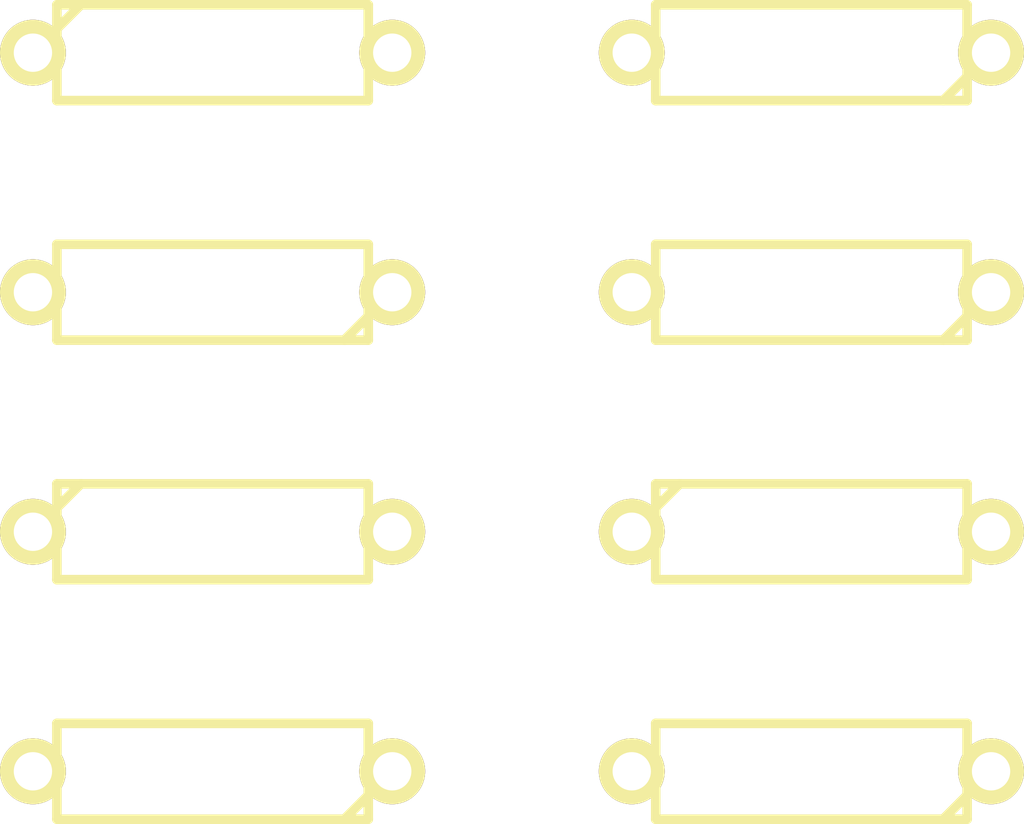
<source format=kicad_pcb>
(kicad_pcb (version 20170123) (host pcbnew "(2017-02-01 revision 9319ef0)-master")

  (general
    (links 0)
    (no_connects 0)
    (area 24.5015 22.812399 46.6185 40.93906)
    (thickness 1.6)
    (drawings 0)
    (tracks 0)
    (zones 0)
    (modules 8)
    (nets 1)
  )

  (page A4)
  (layers
    (0 F.Cu signal)
    (31 B.Cu signal)
    (32 B.Adhes user)
    (33 F.Adhes user)
    (34 B.Paste user)
    (35 F.Paste user)
    (36 B.SilkS user)
    (37 F.SilkS user)
    (38 B.Mask user)
    (39 F.Mask user)
    (40 Dwgs.User user)
    (41 Cmts.User user)
    (42 Eco1.User user)
    (43 Eco2.User user)
    (44 Edge.Cuts user)
    (45 Margin user)
    (46 B.CrtYd user)
    (47 F.CrtYd user)
    (48 B.Fab user)
    (49 F.Fab user)
  )

  (setup
    (last_trace_width 0.25)
    (trace_clearance 0.2)
    (zone_clearance 0.508)
    (zone_45_only no)
    (trace_min 0.2)
    (segment_width 0.2)
    (edge_width 0.15)
    (via_size 0.8)
    (via_drill 0.4)
    (via_min_size 0.4)
    (via_min_drill 0.3)
    (uvia_size 0.3)
    (uvia_drill 0.1)
    (uvias_allowed no)
    (uvia_min_size 0.2)
    (uvia_min_drill 0.1)
    (pcb_text_width 0.3)
    (pcb_text_size 1.5 1.5)
    (mod_edge_width 0.15)
    (mod_text_size 1 1)
    (mod_text_width 0.15)
    (pad_size 1.524 1.524)
    (pad_drill 0.762)
    (pad_to_mask_clearance 0.2)
    (aux_axis_origin 0 0)
    (visible_elements FFFFFF7F)
    (pcbplotparams
      (layerselection 0x00030_ffffffff)
      (usegerberextensions false)
      (excludeedgelayer true)
      (linewidth 0.100000)
      (plotframeref false)
      (viasonmask false)
      (mode 1)
      (useauxorigin false)
      (hpglpennumber 1)
      (hpglpenspeed 20)
      (hpglpendiameter 15)
      (psnegative false)
      (psa4output false)
      (plotreference true)
      (plotvalue true)
      (plotinvisibletext false)
      (padsonsilk false)
      (subtractmaskfromsilk false)
      (outputformat 1)
      (mirror false)
      (drillshape 1)
      (scaleselection 1)
      (outputdirectory ""))
  )

  (net 0 "")

  (net_class Default "This is the default net class."
    (clearance 0.2)
    (trace_width 0.25)
    (via_dia 0.8)
    (via_drill 0.4)
    (uvia_dia 0.3)
    (uvia_drill 0.1)
  )

  (module discret:R3 (layer F.Cu) (tedit 58924FA7) (tstamp 58924F11)
    (at 41.91 34.29)
    (descr "Resitance 3 pas")
    (tags R)
    (autoplace_cost180 10)
    (fp_text reference R3 (at 0 0.127) (layer F.SilkS) hide
      (effects (font (size 1.397 1.27) (thickness 0.2032)))
    )
    (fp_text value K (at 0 0.127) (layer F.SilkS) hide
      (effects (font (size 1.397 1.27) (thickness 0.2032)))
    )
    (fp_line (start -3.302 -0.508) (end -2.794 -1.016) (layer F.SilkS) (width 0.2032))
    (fp_line (start 3.302 1.016) (end 3.302 0) (layer F.SilkS) (width 0.2032))
    (fp_line (start -3.302 1.016) (end 3.302 1.016) (layer F.SilkS) (width 0.2032))
    (fp_line (start -3.302 -1.016) (end -3.302 1.016) (layer F.SilkS) (width 0.2032))
    (fp_line (start 3.302 -1.016) (end -3.302 -1.016) (layer F.SilkS) (width 0.2032))
    (fp_line (start 3.302 0) (end 3.302 -1.016) (layer F.SilkS) (width 0.2032))
    (fp_line (start 3.81 0) (end 3.302 0) (layer F.SilkS) (width 0.2032))
    (fp_line (start -3.81 0) (end -3.302 0) (layer F.SilkS) (width 0.2032))
    (pad 2 thru_hole circle (at 3.81 0) (size 1.397 1.397) (drill 0.8128) (layers *.Cu *.Mask F.SilkS))
    (pad 1 thru_hole circle (at -3.81 0) (size 1.397 1.397) (drill 0.8128) (layers *.Cu *.Mask F.SilkS))
    (model ${KIPRJMOD}/Film_Carbon_5TOL_4B_025W/R333.wrl
      (at (xyz 0 0 0))
      (scale (xyz 1 1 1))
      (rotate (xyz 0 0 0))
    )
  )

  (module discret:R3 (layer F.Cu) (tedit 58924F5B) (tstamp 58924F1F)
    (at 41.91 39.37 180)
    (descr "Resitance 3 pas")
    (tags R)
    (autoplace_cost180 10)
    (fp_text reference R4 (at 0 0.127 180) (layer F.SilkS) hide
      (effects (font (size 1.397 1.27) (thickness 0.2032)))
    )
    (fp_text value K (at 0 0.127 180) (layer F.SilkS) hide
      (effects (font (size 1.397 1.27) (thickness 0.2032)))
    )
    (fp_line (start -3.81 0) (end -3.302 0) (layer F.SilkS) (width 0.2032))
    (fp_line (start 3.81 0) (end 3.302 0) (layer F.SilkS) (width 0.2032))
    (fp_line (start 3.302 0) (end 3.302 -1.016) (layer F.SilkS) (width 0.2032))
    (fp_line (start 3.302 -1.016) (end -3.302 -1.016) (layer F.SilkS) (width 0.2032))
    (fp_line (start -3.302 -1.016) (end -3.302 1.016) (layer F.SilkS) (width 0.2032))
    (fp_line (start -3.302 1.016) (end 3.302 1.016) (layer F.SilkS) (width 0.2032))
    (fp_line (start 3.302 1.016) (end 3.302 0) (layer F.SilkS) (width 0.2032))
    (fp_line (start -3.302 -0.508) (end -2.794 -1.016) (layer F.SilkS) (width 0.2032))
    (pad 1 thru_hole circle (at -3.81 0 180) (size 1.397 1.397) (drill 0.8128) (layers *.Cu *.Mask F.SilkS))
    (pad 2 thru_hole circle (at 3.81 0 180) (size 1.397 1.397) (drill 0.8128) (layers *.Cu *.Mask F.SilkS))
    (model ${KIPRJMOD}/Film_Carbon_5TOL_4B_025W/R103.wrl
      (at (xyz 0 0 0))
      (scale (xyz 1 1 1))
      (rotate (xyz 0 0 0))
    )
  )

  (module discret:R3 (layer F.Cu) (tedit 58924F14) (tstamp 58924F03)
    (at 41.91 29.21 180)
    (descr "Resitance 3 pas")
    (tags R)
    (autoplace_cost180 10)
    (fp_text reference R2 (at 0 0.127 180) (layer F.SilkS) hide
      (effects (font (size 1.397 1.27) (thickness 0.2032)))
    )
    (fp_text value K (at 0 0.127 180) (layer F.SilkS) hide
      (effects (font (size 1.397 1.27) (thickness 0.2032)))
    )
    (fp_line (start -3.81 0) (end -3.302 0) (layer F.SilkS) (width 0.2032))
    (fp_line (start 3.81 0) (end 3.302 0) (layer F.SilkS) (width 0.2032))
    (fp_line (start 3.302 0) (end 3.302 -1.016) (layer F.SilkS) (width 0.2032))
    (fp_line (start 3.302 -1.016) (end -3.302 -1.016) (layer F.SilkS) (width 0.2032))
    (fp_line (start -3.302 -1.016) (end -3.302 1.016) (layer F.SilkS) (width 0.2032))
    (fp_line (start -3.302 1.016) (end 3.302 1.016) (layer F.SilkS) (width 0.2032))
    (fp_line (start 3.302 1.016) (end 3.302 0) (layer F.SilkS) (width 0.2032))
    (fp_line (start -3.302 -0.508) (end -2.794 -1.016) (layer F.SilkS) (width 0.2032))
    (pad 1 thru_hole circle (at -3.81 0 180) (size 1.397 1.397) (drill 0.8128) (layers *.Cu *.Mask F.SilkS))
    (pad 2 thru_hole circle (at 3.81 0 180) (size 1.397 1.397) (drill 0.8128) (layers *.Cu *.Mask F.SilkS))
    (model ${KIPRJMOD}/Film_Carbon_5TOL_4B_025W/R102.wrl
      (at (xyz 0 0 0))
      (scale (xyz 1 1 1))
      (rotate (xyz 0 0 0))
    )
  )

  (module discret:R3 (layer F.Cu) (tedit 58924EFB) (tstamp 58924EBE)
    (at 41.91 24.13 180)
    (descr "Resitance 3 pas")
    (tags R)
    (autoplace_cost180 10)
    (fp_text reference R1 (at 0 0.127 180) (layer F.SilkS) hide
      (effects (font (size 1.397 1.27) (thickness 0.2032)))
    )
    (fp_text value K (at 0 0.127 180) (layer F.SilkS) hide
      (effects (font (size 1.397 1.27) (thickness 0.2032)))
    )
    (fp_line (start -3.302 -0.508) (end -2.794 -1.016) (layer F.SilkS) (width 0.2032))
    (fp_line (start 3.302 1.016) (end 3.302 0) (layer F.SilkS) (width 0.2032))
    (fp_line (start -3.302 1.016) (end 3.302 1.016) (layer F.SilkS) (width 0.2032))
    (fp_line (start -3.302 -1.016) (end -3.302 1.016) (layer F.SilkS) (width 0.2032))
    (fp_line (start 3.302 -1.016) (end -3.302 -1.016) (layer F.SilkS) (width 0.2032))
    (fp_line (start 3.302 0) (end 3.302 -1.016) (layer F.SilkS) (width 0.2032))
    (fp_line (start 3.81 0) (end 3.302 0) (layer F.SilkS) (width 0.2032))
    (fp_line (start -3.81 0) (end -3.302 0) (layer F.SilkS) (width 0.2032))
    (pad 2 thru_hole circle (at 3.81 0 180) (size 1.397 1.397) (drill 0.8128) (layers *.Cu *.Mask F.SilkS))
    (pad 1 thru_hole circle (at -3.81 0 180) (size 1.397 1.397) (drill 0.8128) (layers *.Cu *.Mask F.SilkS))
    (model ${KIPRJMOD}/Film_Carbon_5TOL_4B_025W/R875.wrl
      (at (xyz 0 0 0))
      (scale (xyz 1 1 1))
      (rotate (xyz 0 0 0))
    )
  )

  (module discret:R3 (layer F.Cu) (tedit 589247C9) (tstamp 589246CD)
    (at 29.21 34.29)
    (descr "Resitance 3 pas")
    (tags R)
    (autoplace_cost180 10)
    (fp_text reference R3 (at 0 0.127) (layer F.SilkS) hide
      (effects (font (size 1.397 1.27) (thickness 0.2032)))
    )
    (fp_text value K (at 0 0.127) (layer F.SilkS) hide
      (effects (font (size 1.397 1.27) (thickness 0.2032)))
    )
    (fp_line (start -3.81 0) (end -3.302 0) (layer F.SilkS) (width 0.2032))
    (fp_line (start 3.81 0) (end 3.302 0) (layer F.SilkS) (width 0.2032))
    (fp_line (start 3.302 0) (end 3.302 -1.016) (layer F.SilkS) (width 0.2032))
    (fp_line (start 3.302 -1.016) (end -3.302 -1.016) (layer F.SilkS) (width 0.2032))
    (fp_line (start -3.302 -1.016) (end -3.302 1.016) (layer F.SilkS) (width 0.2032))
    (fp_line (start -3.302 1.016) (end 3.302 1.016) (layer F.SilkS) (width 0.2032))
    (fp_line (start 3.302 1.016) (end 3.302 0) (layer F.SilkS) (width 0.2032))
    (fp_line (start -3.302 -0.508) (end -2.794 -1.016) (layer F.SilkS) (width 0.2032))
    (pad 1 thru_hole circle (at -3.81 0) (size 1.397 1.397) (drill 0.8128) (layers *.Cu *.Mask F.SilkS))
    (pad 2 thru_hole circle (at 3.81 0) (size 1.397 1.397) (drill 0.8128) (layers *.Cu *.Mask F.SilkS))
    (model ${KIPRJMOD}/Film_Carbon_5TOL_4B_025W/R853.wrl
      (at (xyz 0 0 0))
      (scale (xyz 1 1 1))
      (rotate (xyz 0 0 0))
    )
  )

  (module discret:R3 (layer F.Cu) (tedit 589247A1) (tstamp 589246DA)
    (at 29.21 39.37 180)
    (descr "Resitance 3 pas")
    (tags R)
    (autoplace_cost180 10)
    (fp_text reference R4 (at 0 0.127 180) (layer F.SilkS) hide
      (effects (font (size 1.397 1.27) (thickness 0.2032)))
    )
    (fp_text value K (at 0 0.127 180) (layer F.SilkS) hide
      (effects (font (size 1.397 1.27) (thickness 0.2032)))
    )
    (fp_line (start -3.302 -0.508) (end -2.794 -1.016) (layer F.SilkS) (width 0.2032))
    (fp_line (start 3.302 1.016) (end 3.302 0) (layer F.SilkS) (width 0.2032))
    (fp_line (start -3.302 1.016) (end 3.302 1.016) (layer F.SilkS) (width 0.2032))
    (fp_line (start -3.302 -1.016) (end -3.302 1.016) (layer F.SilkS) (width 0.2032))
    (fp_line (start 3.302 -1.016) (end -3.302 -1.016) (layer F.SilkS) (width 0.2032))
    (fp_line (start 3.302 0) (end 3.302 -1.016) (layer F.SilkS) (width 0.2032))
    (fp_line (start 3.81 0) (end 3.302 0) (layer F.SilkS) (width 0.2032))
    (fp_line (start -3.81 0) (end -3.302 0) (layer F.SilkS) (width 0.2032))
    (pad 2 thru_hole circle (at 3.81 0 180) (size 1.397 1.397) (drill 0.8128) (layers *.Cu *.Mask F.SilkS))
    (pad 1 thru_hole circle (at -3.81 0 180) (size 1.397 1.397) (drill 0.8128) (layers *.Cu *.Mask F.SilkS))
    (model ${KIPRJMOD}/Film_Carbon_5TOL_4B_025W/R927.wrl
      (at (xyz 0 0 0))
      (scale (xyz 1 1 1))
      (rotate (xyz 0 0 0))
    )
  )

  (module discret:R3 (layer F.Cu) (tedit 58924792) (tstamp 589246C0)
    (at 29.21 29.21 180)
    (descr "Resitance 3 pas")
    (tags R)
    (autoplace_cost180 10)
    (fp_text reference R2 (at 0 0.127 180) (layer F.SilkS) hide
      (effects (font (size 1.397 1.27) (thickness 0.2032)))
    )
    (fp_text value K (at 0 0.127 180) (layer F.SilkS) hide
      (effects (font (size 1.397 1.27) (thickness 0.2032)))
    )
    (fp_line (start -3.302 -0.508) (end -2.794 -1.016) (layer F.SilkS) (width 0.2032))
    (fp_line (start 3.302 1.016) (end 3.302 0) (layer F.SilkS) (width 0.2032))
    (fp_line (start -3.302 1.016) (end 3.302 1.016) (layer F.SilkS) (width 0.2032))
    (fp_line (start -3.302 -1.016) (end -3.302 1.016) (layer F.SilkS) (width 0.2032))
    (fp_line (start 3.302 -1.016) (end -3.302 -1.016) (layer F.SilkS) (width 0.2032))
    (fp_line (start 3.302 0) (end 3.302 -1.016) (layer F.SilkS) (width 0.2032))
    (fp_line (start 3.81 0) (end 3.302 0) (layer F.SilkS) (width 0.2032))
    (fp_line (start -3.81 0) (end -3.302 0) (layer F.SilkS) (width 0.2032))
    (pad 2 thru_hole circle (at 3.81 0 180) (size 1.397 1.397) (drill 0.8128) (layers *.Cu *.Mask F.SilkS))
    (pad 1 thru_hole circle (at -3.81 0 180) (size 1.397 1.397) (drill 0.8128) (layers *.Cu *.Mask F.SilkS))
    (model ${KIPRJMOD}/Film_Carbon_5TOL_4B_025W/R718.wrl
      (at (xyz 0 0 0))
      (scale (xyz 1 1 1))
      (rotate (xyz 0 0 0))
    )
  )

  (module discret:R3 (layer F.Cu) (tedit 58924767) (tstamp 589246A2)
    (at 29.21 24.13)
    (descr "Resitance 3 pas")
    (tags R)
    (autoplace_cost180 10)
    (fp_text reference R1 (at 0 0.127) (layer F.SilkS) hide
      (effects (font (size 1.397 1.27) (thickness 0.2032)))
    )
    (fp_text value K (at 0 0.127) (layer F.SilkS) hide
      (effects (font (size 1.397 1.27) (thickness 0.2032)))
    )
    (fp_line (start -3.81 0) (end -3.302 0) (layer F.SilkS) (width 0.2032))
    (fp_line (start 3.81 0) (end 3.302 0) (layer F.SilkS) (width 0.2032))
    (fp_line (start 3.302 0) (end 3.302 -1.016) (layer F.SilkS) (width 0.2032))
    (fp_line (start 3.302 -1.016) (end -3.302 -1.016) (layer F.SilkS) (width 0.2032))
    (fp_line (start -3.302 -1.016) (end -3.302 1.016) (layer F.SilkS) (width 0.2032))
    (fp_line (start -3.302 1.016) (end 3.302 1.016) (layer F.SilkS) (width 0.2032))
    (fp_line (start 3.302 1.016) (end 3.302 0) (layer F.SilkS) (width 0.2032))
    (fp_line (start -3.302 -0.508) (end -2.794 -1.016) (layer F.SilkS) (width 0.2032))
    (pad 1 thru_hole circle (at -3.81 0) (size 1.397 1.397) (drill 0.8128) (layers *.Cu *.Mask F.SilkS))
    (pad 2 thru_hole circle (at 3.81 0) (size 1.397 1.397) (drill 0.8128) (layers *.Cu *.Mask F.SilkS))
    (model ${KIPRJMOD}/Film_Carbon_5TOL_4B_025W/R576.wrl
      (at (xyz 0 0 0))
      (scale (xyz 1 1 1))
      (rotate (xyz 0 0 0))
    )
  )

)

</source>
